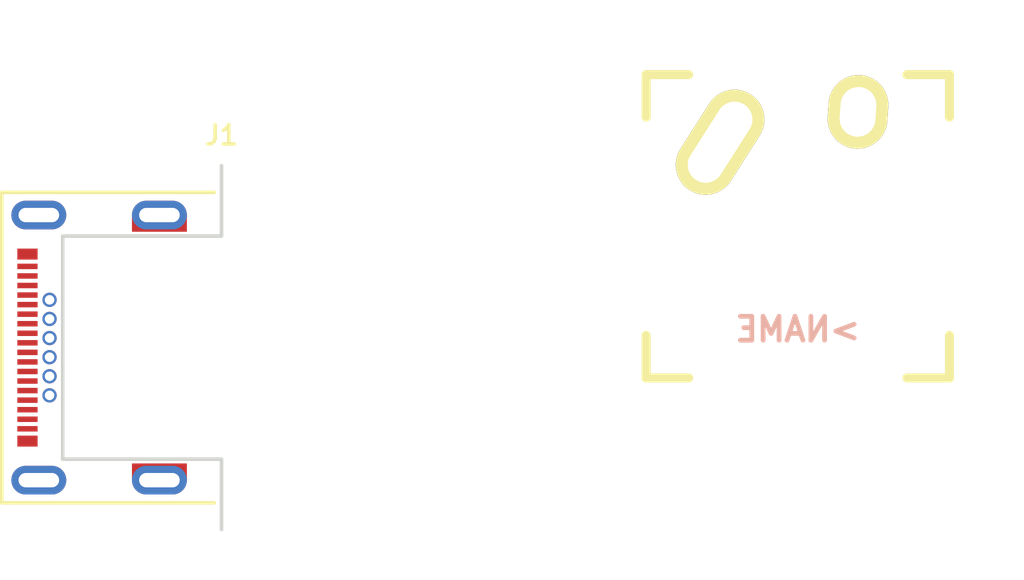
<source format=kicad_pcb>
(kicad_pcb (version 20171130) (host pcbnew 5.1.6)

  (general
    (thickness 1.6)
    (drawings 0)
    (tracks 0)
    (zones 0)
    (modules 2)
    (nets 1)
  )

  (page A4)
  (layers
    (0 F.Cu signal)
    (31 B.Cu signal)
    (32 B.Adhes user)
    (33 F.Adhes user)
    (34 B.Paste user)
    (35 F.Paste user)
    (36 B.SilkS user)
    (37 F.SilkS user)
    (38 B.Mask user)
    (39 F.Mask user)
    (40 Dwgs.User user)
    (41 Cmts.User user)
    (42 Eco1.User user)
    (43 Eco2.User user)
    (44 Edge.Cuts user)
    (45 Margin user)
    (46 B.CrtYd user)
    (47 F.CrtYd user)
    (48 B.Fab user)
    (49 F.Fab user)
  )

  (setup
    (last_trace_width 0.25)
    (trace_clearance 0.2)
    (zone_clearance 0.508)
    (zone_45_only no)
    (trace_min 0.2)
    (via_size 0.8)
    (via_drill 0.4)
    (via_min_size 0.4)
    (via_min_drill 0.3)
    (uvia_size 0.3)
    (uvia_drill 0.1)
    (uvias_allowed no)
    (uvia_min_size 0.2)
    (uvia_min_drill 0.1)
    (edge_width 0.05)
    (segment_width 0.2)
    (pcb_text_width 0.3)
    (pcb_text_size 1.5 1.5)
    (mod_edge_width 0.12)
    (mod_text_size 1 1)
    (mod_text_width 0.15)
    (pad_size 1.524 1.524)
    (pad_drill 0.762)
    (pad_to_mask_clearance 0.05)
    (aux_axis_origin 0 0)
    (visible_elements FFFFFF7F)
    (pcbplotparams
      (layerselection 0x010fc_ffffffff)
      (usegerberextensions false)
      (usegerberattributes true)
      (usegerberadvancedattributes true)
      (creategerberjobfile true)
      (excludeedgelayer true)
      (linewidth 0.100000)
      (plotframeref false)
      (viasonmask false)
      (mode 1)
      (useauxorigin false)
      (hpglpennumber 1)
      (hpglpenspeed 20)
      (hpglpendiameter 15.000000)
      (psnegative false)
      (psa4output false)
      (plotreference true)
      (plotvalue true)
      (plotinvisibletext false)
      (padsonsilk false)
      (subtractmaskfromsilk false)
      (outputformat 1)
      (mirror false)
      (drillshape 1)
      (scaleselection 1)
      (outputdirectory ""))
  )

  (net 0 "")

  (net_class Default "This is the default net class."
    (clearance 0.2)
    (trace_width 0.25)
    (via_dia 0.8)
    (via_drill 0.4)
    (uvia_dia 0.3)
    (uvia_drill 0.1)
  )

  (module keebs:Mx_Alps_100 (layer F.Cu) (tedit 5F25CCD9) (tstamp 5F76183F)
    (at 116.84 54.61)
    (descr MXALPS)
    (tags MXALPS)
    (fp_text reference >NAME (at 0 4.318) (layer B.SilkS)
      (effects (font (size 1 1) (thickness 0.2)) (justify mirror))
    )
    (fp_text value >VALUE (at 5.334 10.922) (layer B.SilkS) hide
      (effects (font (size 1.524 1.524) (thickness 0.3048)) (justify mirror))
    )
    (fp_line (start -7.62 7.62) (end -7.62 -7.62) (layer Dwgs.User) (width 0.3))
    (fp_line (start 7.62 7.62) (end -7.62 7.62) (layer Dwgs.User) (width 0.3))
    (fp_line (start 7.62 -7.62) (end 7.62 7.62) (layer Dwgs.User) (width 0.3))
    (fp_line (start -7.62 -7.62) (end 7.62 -7.62) (layer Dwgs.User) (width 0.3))
    (fp_line (start 7.75 -6.4) (end -7.75 -6.4) (layer Dwgs.User) (width 0.3))
    (fp_line (start 7.75 6.4) (end 7.75 -6.4) (layer Dwgs.User) (width 0.3))
    (fp_line (start -7.75 6.4) (end 7.75 6.4) (layer Dwgs.User) (width 0.3))
    (fp_line (start -7.75 6.4) (end -7.75 -6.4) (layer Dwgs.User) (width 0.3))
    (fp_line (start -6.985 6.985) (end -6.985 -6.985) (layer Eco2.User) (width 0.1524))
    (fp_line (start 6.985 6.985) (end -6.985 6.985) (layer Eco2.User) (width 0.1524))
    (fp_line (start 6.985 -6.985) (end 6.985 6.985) (layer Eco2.User) (width 0.1524))
    (fp_line (start -6.985 -6.985) (end 6.985 -6.985) (layer Eco2.User) (width 0.1524))
    (fp_line (start -6.35 -4.572) (end -6.35 -6.35) (layer F.SilkS) (width 0.381))
    (fp_line (start -6.35 6.35) (end -6.35 4.572) (layer F.SilkS) (width 0.381))
    (fp_line (start -4.572 6.35) (end -6.35 6.35) (layer F.SilkS) (width 0.381))
    (fp_line (start 6.35 6.35) (end 4.572 6.35) (layer F.SilkS) (width 0.381))
    (fp_line (start 6.35 4.572) (end 6.35 6.35) (layer F.SilkS) (width 0.381))
    (fp_line (start 6.35 -6.35) (end 6.35 -4.572) (layer F.SilkS) (width 0.381))
    (fp_line (start 4.572 -6.35) (end 6.35 -6.35) (layer F.SilkS) (width 0.381))
    (fp_line (start -6.35 -6.35) (end -4.572 -6.35) (layer F.SilkS) (width 0.381))
    (fp_line (start -9.398 9.398) (end -9.398 -9.398) (layer Dwgs.User) (width 0.1524))
    (fp_line (start 9.398 9.398) (end -9.398 9.398) (layer Dwgs.User) (width 0.1524))
    (fp_line (start 9.398 -9.398) (end 9.398 9.398) (layer Dwgs.User) (width 0.1524))
    (fp_line (start -9.398 -9.398) (end 9.398 -9.398) (layer Dwgs.User) (width 0.1524))
    (fp_line (start -6.35 6.35) (end -6.35 -6.35) (layer Cmts.User) (width 0.1524))
    (fp_line (start 6.35 6.35) (end -6.35 6.35) (layer Cmts.User) (width 0.1524))
    (fp_line (start 6.35 -6.35) (end 6.35 6.35) (layer Cmts.User) (width 0.1524))
    (fp_line (start -6.35 -6.35) (end 6.35 -6.35) (layer Cmts.User) (width 0.1524))
    (pad 2 thru_hole oval (at 2.52 -4.79 356.1) (size 2.5 3.08) (drill oval 1.5 2.08) (layers *.Cu *.Mask F.SilkS))
    (pad 1 thru_hole oval (at -3.255 -3.52 327.5) (size 2.5 4.75) (drill oval 1.5 3.75) (layers *.Cu *.Mask F.SilkS))
    (pad "" np_thru_hole circle (at 5.08 0) (size 1.7018 1.7018) (drill 1.7018) (layers *.Cu *.Mask))
    (pad "" np_thru_hole circle (at -5.08 0) (size 1.7018 1.7018) (drill 1.7018) (layers *.Cu *.Mask))
    (pad "" np_thru_hole circle (at 0 0) (size 3.9878 3.9878) (drill 3.9878) (layers *.Cu *.Mask))
  )

  (module usb-type-c:CX70M-24P1 (layer F.Cu) (tedit 5A32B08D) (tstamp 5F76015F)
    (at 92.71 59.69)
    (fp_text reference J1 (at 0 -8.89) (layer F.SilkS)
      (effects (font (size 0.8 0.8) (thickness 0.15)))
    )
    (fp_text value USB_C_Receptacle (at 0 8.89) (layer F.Fab)
      (effects (font (size 1 1) (thickness 0.15)))
    )
    (fp_line (start -0.3 -6.5) (end -9.2 -6.5) (layer F.SilkS) (width 0.15))
    (fp_line (start -9.2 -6.5) (end -9.2 6.5) (layer F.SilkS) (width 0.15))
    (fp_line (start -9.2 6.5) (end -0.3 6.5) (layer F.SilkS) (width 0.15))
    (fp_line (start 0 7.62) (end 0 4.67) (layer Edge.Cuts) (width 0.15))
    (fp_line (start 0 4.67) (end -6.65 4.67) (layer Edge.Cuts) (width 0.15))
    (fp_line (start -6.65 4.67) (end -6.65 -4.67) (layer Edge.Cuts) (width 0.15))
    (fp_line (start -6.65 -4.67) (end 0 -4.67) (layer Edge.Cuts) (width 0.15))
    (fp_line (start 0 -4.67) (end 0 -7.62) (layer Edge.Cuts) (width 0.15))
    (pad S1 smd rect (at -2.6 5.2 90) (size 0.7 2.3) (layers F.Cu F.Mask))
    (pad S1 smd rect (at -2.6 -5.2 90) (size 0.7 2.3) (layers F.Cu F.Mask))
    (pad S1 thru_hole oval (at -7.65 5.55 90) (size 1.2 2.3) (drill oval 0.6 1.7) (layers *.Cu *.Mask))
    (pad S1 thru_hole oval (at -7.65 -5.55 90) (size 1.2 2.3) (drill oval 0.6 1.7) (layers *.Cu *.Mask))
    (pad S1 thru_hole oval (at -2.6 5.55 90) (size 1.2 2.3) (drill oval 0.6 1.7) (layers *.Cu *.Mask))
    (pad S1 thru_hole oval (at -2.6 -5.55 90) (size 1.2 2.3) (drill oval 0.6 1.7) (layers *.Cu *.Mask))
    (pad B9 thru_hole circle (at -7.2 2 90) (size 0.6 0.6) (drill 0.4) (layers *.Cu *.Mask))
    (pad B8 thru_hole circle (at -7.2 1.2 90) (size 0.6 0.6) (drill 0.4) (layers *.Cu *.Mask))
    (pad B7 thru_hole circle (at -7.2 0.4 90) (size 0.6 0.6) (drill 0.4) (layers *.Cu *.Mask))
    (pad B6 thru_hole circle (at -7.2 -0.4 90) (size 0.6 0.6) (drill 0.4) (layers *.Cu *.Mask))
    (pad B5 thru_hole circle (at -7.2 -1.2 90) (size 0.6 0.6) (drill 0.4) (layers *.Cu *.Mask))
    (pad B4 thru_hole circle (at -7.2 -2 90) (size 0.6 0.6) (drill 0.4) (layers *.Cu *.Mask))
    (pad S1 smd rect (at -8.125 3.915 90) (size 0.46 0.85) (layers F.Cu F.Paste F.Mask))
    (pad S1 smd rect (at -8.125 -3.915 90) (size 0.46 0.85) (layers F.Cu F.Paste F.Mask))
    (pad B12 smd rect (at -8.125 3.4 90) (size 0.23 0.85) (layers F.Cu F.Paste F.Mask))
    (pad B11 smd rect (at -8.125 3 90) (size 0.23 0.85) (layers F.Cu F.Paste F.Mask))
    (pad B10 smd rect (at -8.125 2.6 90) (size 0.23 0.85) (layers F.Cu F.Paste F.Mask))
    (pad A1 smd rect (at -8.125 2.2 90) (size 0.23 0.85) (layers F.Cu F.Paste F.Mask))
    (pad A2 smd rect (at -8.125 1.8 90) (size 0.23 0.85) (layers F.Cu F.Paste F.Mask))
    (pad A3 smd rect (at -8.125 1.4 90) (size 0.23 0.85) (layers F.Cu F.Paste F.Mask))
    (pad A4 smd rect (at -8.125 1 90) (size 0.23 0.85) (layers F.Cu F.Paste F.Mask))
    (pad A5 smd rect (at -8.125 0.6 90) (size 0.23 0.85) (layers F.Cu F.Paste F.Mask))
    (pad B1 smd rect (at -8.125 -3.4 90) (size 0.23 0.85) (layers F.Cu F.Paste F.Mask))
    (pad B2 smd rect (at -8.125 -3 90) (size 0.23 0.85) (layers F.Cu F.Paste F.Mask))
    (pad B3 smd rect (at -8.125 -2.6 90) (size 0.23 0.85) (layers F.Cu F.Paste F.Mask))
    (pad A12 smd rect (at -8.125 -2.2 90) (size 0.23 0.85) (layers F.Cu F.Paste F.Mask))
    (pad A11 smd rect (at -8.125 -1.8 90) (size 0.23 0.85) (layers F.Cu F.Paste F.Mask))
    (pad A10 smd rect (at -8.125 -1.4 90) (size 0.23 0.85) (layers F.Cu F.Paste F.Mask))
    (pad A9 smd rect (at -8.125 -1 90) (size 0.23 0.85) (layers F.Cu F.Paste F.Mask))
    (pad A8 smd rect (at -8.125 -0.6 90) (size 0.23 0.85) (layers F.Cu F.Paste F.Mask))
    (pad A7 smd rect (at -8.125 -0.2 90) (size 0.23 0.85) (layers F.Cu F.Paste F.Mask))
    (pad A6 smd rect (at -8.125 0.2 90) (size 0.23 0.85) (layers F.Cu F.Paste F.Mask))
  )

)

</source>
